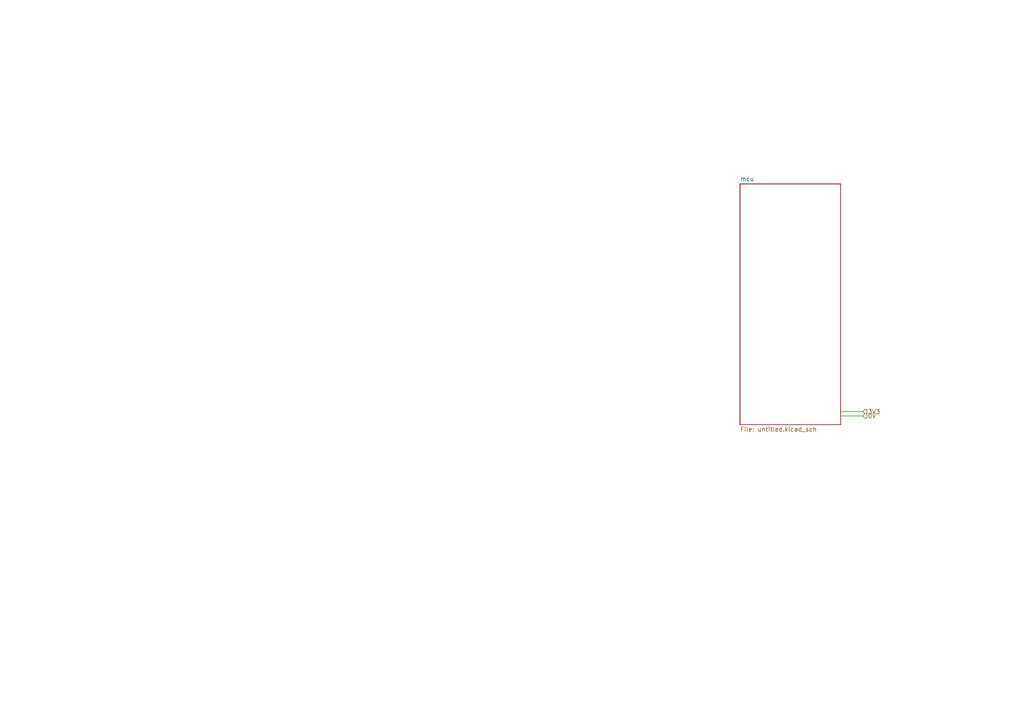
<source format=kicad_sch>
(kicad_sch
	(version 20231120)
	(generator "eeschema")
	(generator_version "8.0")
	(uuid "cc51eb27-09d1-4201-b7e5-5746f3ecb951")
	(paper "A4")
	(lib_symbols)
	(wire
		(pts
			(xy 243.84 119.38) (xy 250.19 119.38)
		)
		(stroke
			(width 0)
			(type default)
		)
		(uuid "296e8a85-2ebc-4086-ba67-2c46ef596211")
	)
	(wire
		(pts
			(xy 243.84 120.65) (xy 250.19 120.65)
		)
		(stroke
			(width 0)
			(type default)
		)
		(uuid "ed019be6-db68-4081-94b6-d31dc7d311b1")
	)
	(hierarchical_label "3V3"
		(shape input)
		(at 250.19 119.38 0)
		(fields_autoplaced yes)
		(effects
			(font
				(size 1.27 1.27)
			)
			(justify left)
		)
		(uuid "16d3a188-4406-47d9-a5bf-1f331668b528")
	)
	(hierarchical_label "0V"
		(shape input)
		(at 250.19 120.65 0)
		(fields_autoplaced yes)
		(effects
			(font
				(size 1.27 1.27)
			)
			(justify left)
		)
		(uuid "fdf31572-830c-4b52-b5c0-515e34b1258e")
	)
	(sheet
		(at 214.63 53.34)
		(size 29.21 69.85)
		(fields_autoplaced yes)
		(stroke
			(width 0.1524)
			(type solid)
		)
		(fill
			(color 0 0 0 0.0000)
		)
		(uuid "0096f44c-a06f-4b52-b022-3e381c1118cd")
		(property "Sheetname" "mcu"
			(at 214.63 52.6284 0)
			(effects
				(font
					(size 1.27 1.27)
				)
				(justify left bottom)
			)
		)
		(property "Sheetfile" "untitled.kicad_sch"
			(at 214.63 123.7746 0)
			(effects
				(font
					(size 1.27 1.27)
				)
				(justify left top)
			)
		)
		(instances
			(project "mspADC"
				(path "/cc51eb27-09d1-4201-b7e5-5746f3ecb951"
					(page "2")
				)
			)
		)
	)
	(sheet_instances
		(path "/"
			(page "1")
		)
	)
)
</source>
